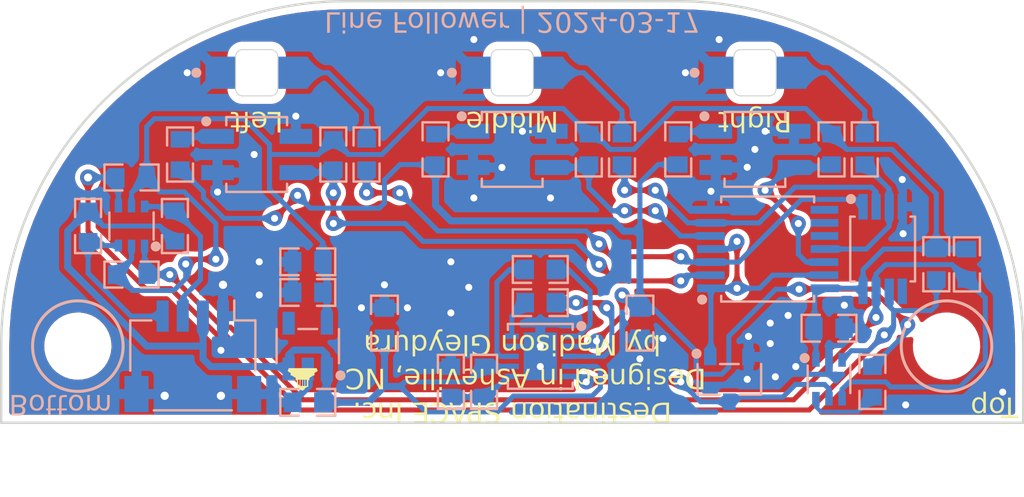
<source format=kicad_pcb>
(kicad_pcb (version 20221018) (generator pcbnew)
  (title_block (title "Destination Automation Line Follower Array") (date "2024-02-25") (rev "02") (comment 1 "Madison Gleydura") (comment 2 "PROTOTYPE") (comment 3 "2024"))
  (layers (0 "F.Cu" signal) (31 "B.Cu" signal) (34 "B.Paste" user) (35 "F.Paste" user) (36 "B.SilkS" user "B.Silkscreen") (37 "F.SilkS" user "F.Silkscreen") (38 "B.Mask" user) (39 "F.Mask" user) (44 "Edge.Cuts" user))
  (net 0 "")
  (net 1 "VCC")
  (net 2 "GND")
  (net 3 "/LED_BIAS")
  (net 4 "+3V3")
  (net 5 "Net-(D3-A)")
  (net 6 "Net-(D4-A)")
  (net 7 "Net-(D5-A)")
  (net 8 "/SDA")
  (net 9 "/SCL")
  (net 10 "/~{IRLEDEN}")
  (net 11 "/SEN0")
  (net 12 "Net-(U5-Anode)")
  (net 13 "/SEN1")
  (net 14 "Net-(U6-Anode)")
  (net 15 "/SEN2")
  (net 16 "/SEN0BUF")
  (net 17 "/SEN1BUF")
  (net 18 "/SEN2BUF")
  (net 19 "Net-(U2-A)")
  (net 20 "Net-(U7-Anode)")
  (net 26 "Net-(U1-C1+)")
  (net 27 "Net-(U1-C1-)")
  (net 28 "Net-(U1-C2+)")
  (net 29 "Net-(U1-C2-)")
  (net 30 "/SDA_3V3")
  (net 31 "/SCL_3V3")
  (net 32 "Net-(U1-VSEL)")
  (net 33 "Net-(U1-MODE)")
  (footprint "DS-Master-Logos-and-Graphics:avlLogo_2" (layer "F.Cu") (at 129.286 115.951 180)
    (fp_text reference "G***" hide)
    (fp_text value "LOGO" hide)
  )
  (footprint "lib_fp:LTST-C230KFKT" (layer "B.Cu") (at 127 100.711)
    (fp_text reference "D3" hide)
    (fp_text value "Orange")
    (fp_line (start -1.05 0.8) (end -1.05 -0.8) (stroke (width 0.05)) (layer "Edge.Cuts"))
    (fp_line (start -0.7 -1.15) (end 0.7 -1.15) (stroke (width 0.05)) (layer "Edge.Cuts"))
    (fp_line (start 0.7 1.15) (end -0.7 1.15) (stroke (width 0.05)) (layer "Edge.Cuts"))
    (fp_line (start 1.05 -0.8) (end 1.05 0.8) (stroke (width 0.05)) (layer "Edge.Cuts"))
    (fp_arc (start -1.05 -0.8) (mid -0.947487 -1.047487) (end -0.7 -1.15) (stroke (width 0.05)) (layer "Edge.Cuts"))
    (fp_arc (start -0.7 1.15) (mid -0.947487 1.047487) (end -1.05 0.8) (stroke (width 0.05)) (layer "Edge.Cuts"))
    (fp_arc (start 0.7 -1.15) (mid 0.947487 -1.047487) (end 1.05 -0.8) (stroke (width 0.05)) (layer "Edge.Cuts"))
    (fp_arc (start 1.05 0.8) (mid 0.947487 1.047487) (end 0.7 1.15) (stroke (width 0.05)) (layer "Edge.Cuts"))
  )
  (footprint "lib_fp:SON11P50_300X300X85L38X25T238X165N" (layer "B.Cu") (at 141.097 114.808 -90)
    (fp_text reference "U1" hide)
    (fp_text value "LTC3203")
  )
  (footprint "lib_fp:SOP6P65_200X210X110L28X22N" (layer "B.Cu") (at 155.448 115.951)
    (fp_text reference "U2" hide)
    (fp_text value "MCP4018T")
  )
  (footprint "lib_fp:RESC160X80X55L30N" (layer "B.Cu") (at 145.161 104.521 90)
    (fp_text reference "R17" hide)
    (fp_text value "68R")
  )
  (footprint "lib_fp:RESC160X80X55L30N" (layer "B.Cu") (at 157.226 104.521 90)
    (fp_text reference "R18" hide)
    (fp_text value "68R")
  )
  (footprint "lib_fp:CAPC160X80X88L35N" (layer "B.Cu") (at 133.35 113.157 90)
    (fp_text reference "C1" hide)
    (fp_text value "2.2uF")
  )
  (footprint "lib_fp:CAPC160X80X88L35N" (layer "B.Cu") (at 141.097 112.141 180)
    (fp_text reference "C2" hide)
    (fp_text value "2.2uF")
  )
  (footprint "lib_fp:RESC160X80X55L30N" (layer "B.Cu") (at 132.461 104.775 90)
    (fp_text reference "R16" hide)
    (fp_text value "68R")
  )
  (footprint "lib_fp:RESC160X80X55L30N" (layer "B.Cu") (at 138.303 116.078 -90)
    (fp_text reference "R1" hide)
    (fp_text value "10K")
  )
  (footprint "lib_fp:RESC160X80X55L30N" (layer "B.Cu") (at 122.936 108.331 90)
    (fp_text reference "R5" hide)
    (fp_text value "10K")
  )
  (footprint "lib_fp:CAPC160X80X88L35N" (layer "B.Cu") (at 155.448 113.411)
    (fp_text reference "C4" hide)
    (fp_text value "100nF")
  )
  (footprint "lib_fp:M2.54_NPTH" (layer "B.Cu") (at 118.11 114.3 180)
    (fp_text reference "H1" hide)
    (fp_text value "M2.5" hide)
  )
  (footprint "lib_fp:LTST-C230KFKT" (layer "B.Cu") (at 151.765 100.711)
    (fp_text reference "D5" hide)
    (fp_text value "Orange")
    (fp_line (start -1.05 0.8) (end -1.05 -0.8) (stroke (width 0.05)) (layer "Edge.Cuts"))
    (fp_line (start -0.7 -1.15) (end 0.7 -1.15) (stroke (width 0.05)) (layer "Edge.Cuts"))
    (fp_line (start 0.7 1.15) (end -0.7 1.15) (stroke (width 0.05)) (layer "Edge.Cuts"))
    (fp_line (start 1.05 -0.8) (end 1.05 0.8) (stroke (width 0.05)) (layer "Edge.Cuts"))
    (fp_arc (start -1.05 -0.8) (mid -0.947487 -1.047487) (end -0.7 -1.15) (stroke (width 0.05)) (layer "Edge.Cuts"))
    (fp_arc (start -0.7 1.15) (mid -0.947487 1.047487) (end -1.05 0.8) (stroke (width 0.05)) (layer "Edge.Cuts"))
    (fp_arc (start 0.7 -1.15) (mid 0.947487 -1.047487) (end 1.05 -0.8) (stroke (width 0.05)) (layer "Edge.Cuts"))
    (fp_arc (start 1.05 0.8) (mid 0.947487 1.047487) (end 0.7 1.15) (stroke (width 0.05)) (layer "Edge.Cuts"))
  )
  (footprint "lib_fp:RESC160X80X55L30N" (layer "B.Cu") (at 162.306 110.236 -90)
    (fp_text reference "R8" hide)
    (fp_text value "10K")
  )
  (footprint "lib_fp:RESC160X80X55L30N" (layer "B.Cu") (at 136.652 116.078 90)
    (fp_text reference "R2" hide)
    (fp_text value "DNP")
  )
  (footprint "lib_fp:RESC160X80X55L30N" (layer "B.Cu") (at 118.618 108.331 -90)
    (fp_text reference "R4" hide)
    (fp_text value "10K")
  )
  (footprint "lib_fp:RESC160X80X55L30N" (layer "B.Cu") (at 143.51 104.521 -90)
    (fp_text reference "R13" hide)
    (fp_text value "68K1")
  )
  (footprint "lib_fp:RESC160X80X55L30N" (layer "B.Cu") (at 123.19 104.775 90)
    (fp_text reference "R10" hide)
    (fp_text value "100R")
  )
  (footprint "lib_fp:RESC160X80X55L30N" (layer "B.Cu") (at 160.782 110.229 -90)
    (fp_text reference "R9" hide)
    (fp_text value "10K")
  )
  (footprint "lib_fp:RESC160X80X55L30N" (layer "B.Cu") (at 155.575 104.521 -90)
    (fp_text reference "R15" hide)
    (fp_text value "68K1")
  )
  (footprint "lib_fp:SOT23-3P95_237X111L42X43N" (layer "B.Cu") (at 150.495 115.951)
    (fp_text reference "Q2" hide)
    (fp_text value "2N7002K")
  )
  (footprint "lib_fp:QRE1113GR" (layer "B.Cu") (at 151.765 104.521)
    (fp_text reference "U7" hide)
    (fp_text value "QRE1113")
  )
  (footprint "lib_fp:RESC160X80X55L30N" (layer "B.Cu") (at 130.81 104.775 -90)
    (fp_text reference "R11" hide)
    (fp_text value "68K1")
  )
  (footprint "lib_fp:JST_SH_SM04B-SRSS-TB" (layer "B.Cu") (at 123.825 114.808 180)
    (fp_text reference "J1" hide)
    (fp_text value "STEMMA-QT")
  )
  (footprint "lib_fp:CAPC160X80X88L35N" (layer "B.Cu") (at 146.05 113.157 -90)
    (fp_text reference "C5" hide)
    (fp_text value "10uF")
  )
  (footprint "lib_fp:CAPC160X80X88L35N" (layer "B.Cu") (at 129.54 111.633 180)
    (fp_text reference "C8" hide)
    (fp_text value "100nF")
  )
  (footprint "lib_fp:M2.54_NPTH" (layer "B.Cu") (at 161.29 114.3 180)
    (fp_text reference "H2" hide)
    (fp_text value "M2.5" hide)
  )
  (footprint "lib_fp:RESC160X80X55L30N" (layer "B.Cu") (at 120.777 110.744)
    (fp_text reference "R7" hide)
    (fp_text value "10K")
  )
  (footprint "lib_fp:CAPC160X80X88L35N" (layer "B.Cu") (at 129.54 110.109 180)
    (fp_text reference "C7" hide)
    (fp_text value "10uF")
  )
  (footprint "lib_fp:SOT23-6P65_210X110L32X20N" (layer "B.Cu") (at 120.777 108.331 180)
    (fp_text reference "Q1" hide)
    (fp_text value "BSS138DWQ")
  )
  (footprint "lib_fp:CAPC160X80X88L35N" (layer "B.Cu") (at 129.54 117.094 180)
    (fp_text reference "C6" hide)
    (fp_text value "10uF")
  )
  (footprint "lib_fp:RESC160X80X55L30N" (layer "B.Cu") (at 120.777 105.918 180)
    (fp_text reference "R6" hide)
    (fp_text value "10K")
  )
  (footprint "lib_fp:QRE1113GR" (layer "B.Cu") (at 127 104.775)
    (fp_text reference "U5" hide)
    (fp_text value "QRE1113")
  )
  (footprint "lib_fp:SOP8P65_300X490X110L55X31N" (layer "B.Cu") (at 158.115 109.474)
    (fp_text reference "U4" hide)
    (fp_text value "PCA9536xxx")
  )
  (footprint "lib_fp:LTST-C230KFKT" (layer "B.Cu") (at 139.7 100.711)
    (fp_text reference "D4" hide)
    (fp_text value "Orange")
    (fp_line (start -1.05 0.8) (end -1.05 -0.8) (stroke (width 0.05)) (layer "Edge.Cuts"))
    (fp_line (start -0.7 -1.15) (end 0.7 -1.15) (stroke (width 0.05)) (layer "Edge.Cuts"))
    (fp_line (start 0.7 1.15) (end -0.7 1.15) (stroke (width 0.05)) (layer "Edge.Cuts"))
    (fp_line (start 1.05 -0.8) (end 1.05 0.8) (stroke (width 0.05)) (layer "Edge.Cuts"))
    (fp_arc (start -1.05 -0.8) (mid -0.947487 -1.047487) (end -0.7 -1.15) (stroke (width 0.05)) (layer "Edge.Cuts"))
    (fp_arc (start -0.7 1.15) (mid -0.947487 1.047487) (end -1.05 0.8) (stroke (width 0.05)) (layer "Edge.Cuts"))
    (fp_arc (start 0.7 -1.15) (mid 0.947487 -1.047487) (end 1.05 -0.8) (stroke (width 0.05)) (layer "Edge.Cuts"))
    (fp_arc (start 1.05 0.8) (mid 0.947487 1.047487) (end 0.7 1.15) (stroke (width 0.05)) (layer "Edge.Cuts"))
  )
  (footprint "lib_fp:QRE1113GR" (layer "B.Cu") (at 139.7 104.521)
    (fp_text reference "U6" hide)
    (fp_text value "QRE1113")
  )
  (footprint "lib_fp:SOP14P65_500X640X120L62X24N" (layer "B.Cu") (at 152.4 109.474 90)
    (fp_text reference "U8" hide)
    (fp_text value "SN74HCS125xxx")
  )
  (footprint "lib_fp:RESC160X80X55L30N" (layer "B.Cu") (at 135.89 104.521 90)
    (fp_text reference "R12" hide)
    (fp_text value "100R")
  )
  (footprint "lib_fp:SOT23-5" (layer "B.Cu") (at 129.54 114.3 180)
    (fp_text reference "U3" hide)
    (fp_text value "AP2112K-3.3")
  )
  (footprint "lib_fp:RESC160X80X55L30N" (layer "B.Cu") (at 147.955 104.521 90)
    (fp_text reference "R14" hide)
    (fp_text value "100R")
  )
  (footprint "lib_fp:CAPC160X80X88L35N" (layer "B.Cu") (at 141.097 110.49 180)
    (fp_text reference "C3" hide)
    (fp_text value "2.2uF")
  )
  (footprint "lib_fp:RESC160X80X55L30N" (layer "B.Cu") (at 157.607 116.078 -90)
    (fp_text reference "R3" hide)
    (fp_text value "680R")
  )
  (gr_line (start 131.445 97.155) (end 147.955 97.155) (stroke (width 0.12)) (layer "Edge.Cuts"))
  (gr_arc (start 147.955 97.155) (mid 160.078345 102.176655) (end 165.1 114.3) (stroke (width 0.12)) (layer "Edge.Cuts"))
  (gr_line (start 114.3 118.11) (end 165.1 118.11) (stroke (width 0.12)) (layer "Edge.Cuts"))
  (gr_arc (start 114.3 114.3) (mid 119.321654 102.176655) (end 131.445 97.155) (stroke (width 0.12)) (layer "Edge.Cuts"))
  (gr_line (start 165.1 118.11) (end 165.1 114.3) (stroke (width 0.12)) (layer "Edge.Cuts"))
  (gr_line (start 114.3 118.11) (end 114.3 114.3) (stroke (width 0.12)) (layer "Edge.Cuts"))
  (gr_text "Line Follower | 2024-03-17" (at 139.7 97.536 180) (layer "B.SilkS") (effects (font (size 1 1)) (justify bottom mirror)))
  (gr_text "Bottom" (at 114.681 117.729 180) (layer "B.SilkS") (effects (font (size 1 1)) (justify left top mirror)))
  (gr_text "Right" (at 151.765 102.489 180) (layer "F.SilkS") (effects (font (size 1 1)) (justify bottom)))
  (gr_text "Destination SPACE Inc.\nDesigned in Asheville, NC   \nby Madison Gleydura" (at 139.7 118.11 180) (layer "F.SilkS") (effects (font (size 1 1)) (justify top)))
  (gr_text "Left" (at 127 102.489 180) (layer "F.SilkS") (effects (font (size 1 1)) (justify bottom)))
  (gr_text "Top" (at 164.846 117.856 180) (layer "F.SilkS") (effects (font (size 1 1)) (justify left top)))
  (gr_text "Middle" (at 139.7 102.489 180) (layer "F.SilkS") (effects (font (size 1 1)) (justify bottom)))
  (segment (start 138.303 115.323) (end 137.548 116.078) (width 0.25) (layer "B.Cu") (net 1))
  (segment (start 130.49 116.894) (end 130.29 117.094) (width 0.35) (layer "B.Cu") (net 1))
  (segment (start 128.8375 114.4945) (end 128.59 114.742) (width 0.35) (layer "B.Cu") (net 1))
  (segment (start 144.083 116.36795) (end 143.67295 116.778) (width 0.25) (layer "B.Cu") (net 1))
  (segment (start 130.29 117.094) (end 132.559 117.094) (width 0.35) (layer "B.Cu") (net 1))
  (segment (start 130.49 115.439) (end 130.49 116.894) (width 0.35) (layer "B.Cu") (net 1))
  (segment (start 130.2425 114.4945) (end 128.8375 114.4945) (width 0.35) (layer "B.Cu") (net 1))
  (segment (start 135.406 117.568) (end 134.141 116.303) (width 0.25) (layer "B.Cu") (net 1))
  (segment (start 117.602 110.365226) (end 117.602 108.592) (width 0.35) (layer "B.Cu") (net 1))
  (segment (start 130.49 115.439) (end 130.49 114.742) (width 0.35) (layer "B.Cu") (net 1))
  (segment (start 138.318 115.308) (end 138.303 115.323) (width 0.25) (layer "B.Cu") (net 1))
  (segment (start 143.67295 116.778) (end 139.762 116.778) (width 0.25) (layer "B.Cu") (net 1))
  (segment (start 138.972 117.568) (end 135.406 117.568) (width 0.25) (layer "B.Cu") (net 1))
  (segment (start 144.083 115.508) (end 144.083 116.36795) (width 0.25) (layer "B.Cu") (net 1))
  (segment (start 118.618 107.576) (end 119.373 108.331) (width 0.25) (layer "B.Cu") (net 1))
  (segment (start 143.883 115.308) (end 144.083 115.508) (width 0.25) (layer "B.Cu") (net 1))
  (segment (start 142.512 115.308) (end 143.883 115.308) (width 0.25) (layer "B.Cu") (net 1))
  (segment (start 130.49 114.742) (end 130.2425 114.4945) (width 0.35) (layer "B.Cu") (net 1))
  (segment (start 128.467 115.316) (end 128.59 115.439) (width 0.35) (layer "B.Cu") (net 1))
  (segment (start 124.333 114.935) (end 124.714 115.316) (width 0.35) (layer "B.Cu") (net 1))
  (segment (start 124.333 114.3) (end 121.536774 114.3) (width 0.35) (layer "B.Cu") (net 1))
  (segment (start 133.35 113.907) (end 133.35 116.303) (width 0.35) (layer "B.Cu") (net 1))
  (segment (start 124.333 114.3) (end 124.333 112.816) (width 0.35) (layer "B.Cu") (net 1))
  (segment (start 137.548 116.078) (end 134.366 116.078) (width 0.25) (layer "B.Cu") (net 1))
  (segment (start 139.682 115.308) (end 138.318 115.308) (width 0.25) (layer "B.Cu") (net 1))
  (segment (start 117.602 108.592) (end 118.618 107.576) (width 0.35) (layer "B.Cu") (net 1))
  (segment (start 122.181 108.331) (end 122.936 109.086) (width 0.25) (layer "B.Cu") (net 1))
  (segment (start 134.366 116.078) (end 134.141 116.303) (width 0.25) (layer "B.Cu") (net 1))
  (segment (start 124.333 112.816) (end 124.325 112.808) (width 0.35) (layer "B.Cu") (net 1))
  (segment (start 134.141 116.303) (end 133.35 116.303) (width 0.35) (layer "B.Cu") (net 1))
  (segment (start 124.333 114.3) (end 124.333 114.935) (width 0.35) (layer "B.Cu") (net 1))
  (segment (start 121.536774 114.3) (end 117.602 110.365226) (width 0.35) (layer "B.Cu") (net 1))
  (segment (start 124.714 115.316) (end 128.467 115.316) (width 0.35) (layer "B.Cu") (net 1))
  (segment (start 128.59 114.742) (end 128.59 115.439) (width 0.35) (layer "B.Cu") (net 1))
  (segment (start 119.373 108.331) (end 122.181 108.331) (width 0.25) (layer "B.Cu") (net 1))
  (segment (start 139.762 116.778) (end 138.972 117.568) (width 0.25) (layer "B.Cu") (net 1))
  (segment (start 132.559 117.094) (end 133.35 116.303) (width 0.35) (layer "B.Cu") (net 1))
  (via (at 149.987 99.06) (size 0.75) (drill 0.35) (layers "F.Cu" "B.Cu") (net 2))
  (via (at 125.222 116.77) (size 1) (drill 0.41) (layers "F.Cu" "B.Cu") (net 2))
  (via (at 132.207 112.395) (size 0.75) (drill 0.35) (layers "F.Cu" "B.Cu") (net 2))
  (via (at 136.652 110.109) (size 0.75) (drill 0.35) (layers "F.Cu" "B.Cu") (net 2))
  (via (at 136.144 100.711) (size 0.75) (drill 0.35) (layers "F.Cu" "B.Cu") (net 2))
  (via (at 152.273 103.621) (size 0.75) (drill 0.35) (layers "F.Cu" "B.Cu") (net 2))
  (via (at 125.222 114.509221) (size 0.75) (drill 0.35) (layers "F.Cu" "B.Cu") (net 2))
  (via (at 125.325 111.252) (size 1) (drill 0.41) (layers "F.Cu" "B.Cu") (net 2))
  (via (at 151.445 113.8174) (size 0.75) (drill 0.35) (layers "F.Cu" "B.Cu") (net 2))
  (via (at 153.797 115.316) (size 0.75) (drill 0.35) (layers "F.Cu" "B.Cu") (net 2))
  (via (at 156.21 112.268) (size 0.75) (drill 0.35) (layers "F.Cu" "B.Cu") (net 2))
  (via (at 127.127 110.109) (size 0.75) (drill 0.35) (layers "F.Cu" "B.Cu") (net 2))
  (via (at 164.084 116.586) (size 0.75) (drill 0.35) (layers "F.Cu" "B.Cu") (net 2))
  (via (at 159.258 117.221) (size 0.75) (drill 0.35) (layers "F.Cu" "B.Cu") (net 2))
  (via (at 136.652 112.649) (size 0.75) (drill 0.35) (layers "F.Cu" "B.Cu") (net 2))
  (via (at 152.527 114.173) (size 0.75) (drill 0.35) (layers "F.Cu" "B.Cu") (net 2))
  (via (at 151.384 115.951) (size 0.75) (drill 0.35) (layers "F.Cu" "B.Cu") (net 2))
  (via (at 128.945 102.87) (size 0.75) (drill 0.35) (layers "F.Cu" "B.Cu") (net 2))
  (via (at 141.605 106.934) (size 0.75) (drill 0.35) (layers "F.Cu" "B.Cu") (net 2))
  (via (at 134.493 112.395) (size 0.75) (drill 0.35) (layers "F.Cu" "B.Cu") (net 2))
  (via (at 152.527 113.157) (size 0.75) (drill 0.35) (layers "F.Cu" "B.Cu") (net 2))
  (via (at 125.055 106.64) (size 0.75) (drill 0.35) (layers "F.Cu" "B.Cu") (net 2))
  (via (at 137.795 106.934) (size 0.75) (drill 0.35) (layers "F.Cu" "B.Cu") (net 2))
  (via (at 137.541 111.379) (size 0.75) (drill 0.35) (layers "F.Cu" "B.Cu") (net 2))
  (via (at 122.428 116.77) (size 1) (drill 0.41) (layers "F.Cu" "B.Cu") (net 2))
  (via (at 137.795 99.06) (size 0.75) (drill 0.35) (layers "F.Cu" "B.Cu") (net 2))
  (via (at 127.127 111.76) (size 0.75) (drill 0.35) (layers "F.Cu" "B.Cu") (net 2))
  (via (at 141.097 115.316) (size 0.75) (drill 0.35) (layers "F.Cu" "B.Cu") (net 2))
  (via (at 141.097 114.3) (size 0.75) (drill 0.35) (layers "F.Cu" "B.Cu") (net 2))
  (via (at 126.873 104.775) (size 0.75) (drill 0.35) (layers "F.Cu" "B.Cu") (net 2))
  (via (at 123.5456 100.711) (size 0.75) (drill 0.35) (layers "F.Cu" "B.Cu") (net 2))
  (via (at 140.208 103.621) (size 0.75) (drill 0.35) (layers "F.Cu" "B.Cu") (net 2))
  (via (at 147.193 113.919) (size 0.75) (drill 0.35) (layers "F.Cu" "B.Cu") (net 2))
  (via (at 159.09 106.0196) (size 0.75) (drill 0.35) (layers "F.Cu" "B.Cu") (net 2))
  (via (at 159.131 108.712) (size 0.75) (drill 0.35) (layers "F.Cu" "B.Cu") (net 2))
  (via (at 153.416 112.776) (size 0.75) (drill 0.35) (layers "F.Cu" "B.Cu") (net 2))
  (via (at 133.35 111.252) (size 0.75) (drill 0.35) (layers "F.Cu" "B.Cu") (net 2))
  (via (at 148.3106 100.711) (size 0.75) (drill 0.35) (layers "F.Cu" "B.Cu") (net 2))
  (via (at 146.05 114.935) (size 0.75) (drill 0.35) (layers "F.Cu" "B.Cu") (net 2))
  (via (at 139.192 105.421) (size 0.75) (drill 0.35) (layers "F.Cu" "B.Cu") (net 2))
  (via (at 151.765 104.521) (size 0.75) (drill 0.35) (layers "F.Cu" "B.Cu") (net 2))
  (via (at 151.384 105.41) (size 0.75) (drill 0.35) (layers "F.Cu" "B.Cu") (net 2))
  (via (at 149.5806 106.6038) (size 0.75) (drill 0.35) (layers "F.Cu" "B.Cu") (net 2))
  (via (at 152.781 115.824) (size 0.75) (drill 0.35) (layers "F.Cu" "B.Cu") (net 2))
  (segment (start 126.949 117.094) (end 126.625 116.77) (width 0.35) (layer "B.Cu") (net 2))
  (segment (start 122.371 116.77) (end 122.428 116.713) (width 0.35) (layer "B.Cu") (net 2))
  (segment (start 128.79 117.094) (end 129.54 116.344) (width 0.35) (layer "B.Cu") (net 2))
  (segment (start 156.21 113.399) (end 156.198 113.411) (width 0.25) (layer "B.Cu") (net 2))
  (segment (start 159.09 106.0294) (end 159.0802 106.0196) (width 0.25) (layer "B.Cu") (net 2))
  (segment (start 139.682 114.308) (end 141.089 114.308) (width 0.25) (layer "B.Cu") (net 2))
  (segment (start 128.79 110.109) (end 127.127 110.109) (width 0.25) (layer "B.Cu") (net 2))
  (segment (start 129.54 116.344) (end 129.54 115.439) (width 0.35) (layer "B.Cu") (net 2))
  (segment (start 141.089 114.308) (end 141.097 114.3) (width 0.25) (layer "B.Cu") (net 2))
  (segment (start 125.292 116.77) (end 125.222 116.84) (width 0.35) (layer "B.Cu") (net 2))
  (segment (start 128.663 111.76) (end 127.127 111.76) (width 0.25) (layer "B.Cu") (net 2))
  (segment (start 128.79 111.633) (end 128.663 111.76) (width 0.25) (layer "B.Cu") (net 2))
  (segment (start 151.445 113.8326) (end 151.4602 113.8174) (width 0.25) (layer "B.Cu") (net 2))
  (segment (start 125.325 111.276) (end 125.349 111.252) (width 0.35) (layer "B.Cu") (net 2))
  (segment (start 149.578 106.6064) (end 149.5806 106.6038) (width 0.25) (layer "B.Cu") (net 2))
  (segment (start 139.181 105.421) (end 139.192 105.41) (width 0.25) (layer "B.Cu") (net 2))
  (segment (start 125.055 106.64) (end 125.095 106.68) (width 0.25) (layer "B.Cu") (net 2))
  (segment (start 141.645 103.621) (end 140.219 103.621) (width 0.25) (layer "B.Cu") (net 2))
  (segment (start 144.75862 113.17838) (end 143.891 114.046) (width 0.25) (layer "F.Cu") (net 3))
  (segment (start 145.161 112.776) (end 145.161 111.76) (width 0.25) (layer "F.Cu") (net 3))
  (segment (start 127.889 107.95) (end 129.032 106.807) (width 0.25) (layer "F.Cu") (net 3))
  (segment (start 157.5928 111.4664) (end 153.9686 111.4664) (width 0.25) (layer "F.Cu") (net 3))
  (segment (start 159.3604 113.234) (end 157.5928 111.4664) (width 0.25) (layer "F.Cu") (net 3))
  (segment (start 153.9686 111.4664) (end 153.9615 111.4735) (width 0.25) (layer "F.Cu") (net 3))
  (segment (start 144.75862 113.17838) (end 145.161 112.776) (width 0.25) (layer "F.Cu") (net 3))
  (via (at 145.161 111.76) (size 0.75) (drill 0.35) (layers "F.Cu" "B.Cu") (net 3))
  (via (at 129.032 106.807) (size 0.75) (drill 0.35) (layers "F.Cu" "B.Cu") (net 3))
  (via (at 159.3604 113.234) (size 0.75) (drill 0.35) (layers "F.Cu" "B.Cu") (net 3))
  (via (at 143.891 114.046) (size 0.75) (drill 0.35) (layers "F.Cu" "B.Cu") (net 3))
  (via (at 153.9615 111.4735) (size 0.75) (drill 0.35) (layers "F.Cu" "B.Cu") (net 3))
  (via (at 127.889 107.95) (size 0.75) (drill 0.35) (layers "F.Cu" "B.Cu") (net 3))
  (segment (start 127.889 107.95) (end 125.37505 107.95) (width 0.25) (layer "B.Cu") (net 3))
  (segment (start 133.096 107.442) (end 133.35 107.188) (width 0.25) (layer "B.Cu") (net 3))
  (segment (start 136.652 108.077) (end 135.89 107.315) (width 0.35) (layer "B.Cu") (net 3))
  (segment (start 146.05 108.585) (end 146.05 106.172) (width 0.25) (layer "B.Cu") (net 3))
  (segment (start 143.629 114.308) (end 143.891 114.046) (width 0.25) (layer "B.Cu") (net 3))
  (segment (start 145.243339 108.585) (end 144.735339 108.077) (width 0.35) (layer "B.Cu") (net 3))
  (segment (start 145.161 111.76) (end 145.2215 111.76) (width 0.25) (layer "B.Cu") (net 3))
  (segment (start 145.2215 111.76) (end 145.8685 112.407) (width 0.25) (layer "B.Cu") (net 3))
  (segment (start 148.844 114.554) (end 146.697 112.407) (width 0.25) (layer "B.Cu") (net 3))
  (segment (start 153.9615 111.4735) (end 152.79895 111.4735) (width 0.25) (layer "B.Cu") (net 3))
  (segment (start 129.032 106.807) (end 129.667 107.442) (width 0.25) (layer "B.Cu") (net 3))
  (segment (start 123.259525 105.53) (end 123.19 105.53) (width 0.25) (layer "B.Cu") (net 3))
  (segment (start 133.35 106.045) (end 134.119 105.276) (width 0.25) (layer "B.Cu") (net 3))
  (segment (start 146.05 106.172) (end 146.946 105.276) (width 0.25) (layer "B.Cu") (net 3))
  (segment (start 125.37505 107.95) (end 124.355 106.92995) (width 0.25) (layer "B.Cu") (net 3))
  (segment (start 150.4696 113.80285) (end 150.4696 115.3414) (width 0.25) (layer "B.Cu") (net 3))
  (segment (start 134.119 105.276) (end 135.89 105.276) (width 0.25) (layer "B.Cu") (net 3))
  (segment (start 150.4696 115.3414) (end 150.114 115.697) (width 0.25) (layer "B.Cu") (net 3))
  (segment (start 159.3604 113.5696) (end 159.3604 113.234) (width 0.25) (layer "B.Cu") (net 3))
  (segment (start 157.607 115.323) (end 159.3604 113.5696) (width 0.25) (layer "B.Cu") (net 3))
  (segment (start 144.735339 108.077) (end 136.652 108.077) (width 0.35) (layer "B.Cu") (net 3))
  (segment (start 146.05 112.407) (end 146.05 108.585) (width 0.35) (layer "B.Cu") (net 3))
  (segment (start 145.8685 112.407) (end 146.05 112.407) (width 0.25) (layer "B.Cu") (net 3))
  (segment (start 124.355 106.92995) (end 124.355 106.625475) (width 0.25) (layer "B.Cu") (net 3))
  (segment (start 135.89 107.315) (end 135.89 105.276) (width 0.35) (layer "B.Cu") (net 3))
  (segment (start 150.114 115.697) (end 149.22088 115.697) (width 0.25) (layer "B.Cu") (net 3))
  (segment (start 146.697 112.407) (end 146.05 112.407) (width 0.25) (layer "B.Cu") (net 3))
  (segment (start 133.35 107.188) (end 133.35 106.045) (width 0.25) (layer "B.Cu") (net 3))
  (segment (start 129.667 107.442) (end 133.096 107.442) (width 0.25) (layer "B.Cu") (net 3))
  (segment (start 148.844 115.32012) (end 148.844 114.554) (width 0.25) (layer "B.Cu") (net 3))
  (segment (start 152.79895 111.4735) (end 150.4696 113.80285) (width 0.25) (layer "B.Cu") (net 3))
  (segment (start 149.22088 115.697) (end 148.844 115.32012) (width 0.25) (layer "B.Cu") (net 3))
  (segment (start 124.355 106.625475) (end 123.259525 105.53) (width 0.25) (layer "B.Cu") (net 3))
  (segment (start 142.512 114.308) (end 143.629 114.308) (width 0.25) (layer "B.Cu") (net 3))
  (segment (start 146.946 105.276) (end 147.955 105.276) (width 0.25) (layer "B.Cu") (net 3))
  (segment (start 146.05 108.585) (end 145.243339 108.585) (width 0.35) (layer "B.Cu") (net 3))
  (segment (start 124.968 109.982) (end 123.707247 109.982) (width 0.25) (layer "F.Cu") (net 4))
  (segment (start 123.707247 109.982) (end 123.471795 110.217452) (width 0.25) (layer "F.Cu") (net 4))
  (via (at 123.471795 110.217452) (size 0.75) (drill 0.35) (layers "F.Cu" "B.Cu") (net 4))
  (via (at 124.968 109.982) (size 0.75) (drill 0.35) (layers "F.Cu" "B.Cu") (net 4))
  (segment (start 124.968 108.204) (end 124.968 109.982) (width 0.25) (layer "B.Cu") (net 4))
  (segment (start 156.33 104.521) (end 158.58135 104.521) (width 0.25) (layer "B.Cu") (net 4))
  (segment (start 122.88295 111.5335) (end 120.8115 111.5335) (width 0.25) (layer "B.Cu") (net 4))
  (segment (start 121.92 102.997) (end 121.532 103.385) (width 0.25) (layer "B.Cu") (net 4))
  (segment (start 130.81 104.02) (end 130.055 104.775) (width 0.25) (layer "B.Cu") (net 4))
  (segment (start 120.777 106.673) (end 121.532 105.918) (width 0.25) (layer "B.Cu") (net 4))
  (segment (start 127.635 104.267) (end 126.365 102.997) (width 0.25) (layer "B.Cu") (net 4))
  (segment (start 120.777 109.301) (end 120.777 109.989) (width 0.25) (layer "B.Cu") (net 4))
  (segment (start 155.222 111.424) (end 156.99 111.424) (width 0.25) (layer "B.Cu") (net 4))
  (segment (start 120.8115 111.5335) (end 120.022 110.744) (width 0.25) (layer "B.Cu") (net 4))
  (segment (start 126.365 102.997) (end 121.92 102.997) (width 0.25) (layer "B.Cu") (net 4))
  (segment (start 154.798 114.986) (end 154.798 113.511) (width 0.25) (layer "B.Cu") (net 4))
  (segment (start 130.29 110.109) (end 130.49 110.309) (width 0.35) (layer "B.Cu") (net 4))
  (segment (start 121.532 103.385) (end 121.532 105.918) (width 0.25) (layer "B.Cu") (net 4))
  (segment (start 154.298 102.489) (end 155.575 103.766) (width 0.25) (layer "B.Cu") (net 4))
  (segment (start 160.789 109.481) (end 160.782 109.474) (width 0.25) (layer "B.Cu") (net 4))
  (segment (start 147.77212 102.489) (end 154.298 102.489) (width 0.25) (layer "B.Cu") (net 4))
  (segment (start 133.223 104.775) (end 135.509 102.489) (width 0.25) (layer "B.Cu") (net 4))
  (segment (start 135.509 102.489) (end 142.233 102.489) (width 0.25) (layer "B.Cu") (net 4))
  (segment (start 154.798 113.765) (end 154.698 113.665) (width 0.25) (layer "B.Cu") (net 4))
  (segment (start 154.7368 113.6262) (end 154.698 113.665) (width 0.25) (layer "B.Cu") (net 4))
  (segment (start 130.81 104.02) (end 131.565 104.775) (width 0.25) (layer "B.Cu") (net 4))
  (segment (start 154.7368 111.424) (end 154.7368 113.6262) (width 0.25) (layer "B.Cu") (net 4))
  (segment (start 130.29 110.109) (end 130.29 109.151525) (width 0.25) (layer "B.Cu") (net 4))
  (segment (start 120.777 109.989) (end 120.022 110.744) (width 0.25) (layer "B.Cu") (net 4))
  (segment (start 127.635 106.496525) (end 127.635 104.267) (width 0.25) (layer "B.Cu") (net 4))
  (segment (start 123.471795 110.217452) (end 123.471795 110.944655) (width 0.25) (layer "B.Cu") (net 4))
  (segment (start 130.49 110.309) (end 130.49 113.161) (width 0.35) (layer "B.Cu") (net 4))
  (segment (start 145.74012 104.521) (end 147.77212 102.489) (width 0.25) (layer "B.Cu") (net 4))
  (segment (start 144.58188 104.521) (end 145.74012 104.521) (width 0.25) (layer "B.Cu") (net 4))
  (segment (start 122.192 106.6325) (end 123.3965 106.6325) (width 0.25) (layer "B.Cu") (net 4))
  (segment (start 123.471795 110.217452) (end 123.298843 110.0445) (width 0.25) (layer "B.Cu") (net 4))
  (segment (start 160.782 106.72165) (end 160.782 109.474) (width 0.25) (layer "B.Cu") (net 4))
  (segment (start 142.233 102.489) (end 143.51 103.766) (width 0.25) (layer "B.Cu") (net 4))
  (segment (start 123.471795 110.944655) (end 122.88295 111.5335) (width 0.25) (layer "B.Cu") (net 4))
  (segment (start 130.29 109.151525) (end 127.635 106.496525) (width 0.25) (layer "B.Cu") (net 4))
  (segment (start 123.3965 106.6325) (end 124.968 108.204) (width 0.25) (layer "B.Cu") (net 4))
  (segment (start 131.565 104.775) (end 133.223 104.775) (width 0.25) (layer "B.Cu") (net 4))
  (segment (start 160.782 109.474) (end 158.1658 109.474) (width 0.25) (layer "B.Cu") (net 4))
  (segment (start 120.777 107.361) (end 120.777 106.673) (width 0.25) (layer "B.Cu") (net 4))
  (segment (start 156.99 111.424) (end 157.14 111.574) (width 0.25) (layer "B.Cu") (net 4))
  (segment (start 157.14 110.4998) (end 157.14 111.574) (width 0.25) (layer "B.Cu") (net 4))
  (segment (start 154.798 113.511) (end 154.698 113.411) (width 0.25) (layer "B.Cu") (net 4))
  (segment (start 130.055 104.775) (end 127.635 104.775) (width 0.25) (layer "B.Cu") (net 4))
  (segment (start 143.51 103.766) (end 143.82688 103.766) (width 0.25) (layer "B.Cu") (net 4))
  (segment (start 121.532 105.9725) (end 122.192 106.6325) (width 0.25) (layer "B.Cu") (net 4))
  (segment (start 158.1658 109.474) (end 157.14 110.4998) (width 0.25) (layer "B.Cu") (net 4))
  (segment (start 158.58135 104.521) (end 160.782 106.72165) (width 0.25) (layer "B.Cu") (net 4))
  (segment (start 155.575 103.766) (end 156.33 104.521) (width 0.25) (layer "B.Cu") (net 4))
  (segment (start 143.82688 103.766) (end 144.58188 104.521) (width 0.25) (layer "B.Cu") (net 4))
  (segment (start 121.532 105.918) (end 121.532 105.9725) (width 0.25) (layer "B.Cu") (net 4))
  (segment (start 162.306 109.481) (end 160.789 109.481) (width 0.25) (layer "B.Cu") (net 4))
  (segment (start 132.461 102.616) (end 130.556 100.711) (width 0.25) (layer "B.Cu") (net 5))
  (segment (start 130.556 100.711) (end 128.8 100.711) (width 0.25) (layer "B.Cu") (net 5))
  (segment (start 132.461 104.02) (end 132.461 102.616) (width 0.25) (layer "B.Cu") (net 5))
  (segment (start 141.5 100.711) (end 143.256 100.711) (width 0.25) (layer "B.Cu") (net 6))
  (segment (start 145.161 102.616) (end 145.161 103.766) (width 0.25) (layer "B.Cu") (net 6))
  (segment (start 143.256 100.711) (end 145.161 102.616) (width 0.25) (layer "B.Cu") (net 6))
  (segment (start 157.226 102.616) (end 157.226 103.766) (width 0.25) (layer "B.Cu") (net 7))
  (segment (start 155.321 100.711) (end 157.226 102.616) (width 0.25) (layer "B.Cu") (net 7))
  (segment (start 153.565 100.711) (end 155.321 100.711) (width 0.25) (layer "B.Cu") (net 7))
  (segment (start 124.206 108.846) (end 122.936 107.576) (width 0.25) (layer "B.Cu") (net 8))
  (segment (start 123.325 111.879) (end 124.206 110.998) (width 0.25) (layer "B.Cu") (net 8))
  (segment (start 123.325 112.808) (end 123.325 111.879) (width 0.25) (layer "B.Cu") (net 8))
  (segment (start 124.206 110.998) (end 124.206 108.846) (width 0.25) (layer "B.Cu") (net 8))
  (segment (start 121.427 107.361) (end 122.721 107.361) (width 0.25) (layer "B.Cu") (net 8))
  (segment (start 122.721 107.361) (end 122.936 107.576) (width 0.25) (layer "B.Cu") (net 8))
  (segment (start 123.317 112.8) (end 123.325 112.808) (width 0.25) (layer "B.Cu") (net 8))
  (segment (start 122.325 112.625) (end 122.428 112.522) (width 0.35) (layer "B.Cu") (net 9))
  (segment (start 118.833 109.301) (end 118.618 109.086) (width 0.25) (layer "B.Cu") (net 9))
  (segment (start 118.618 110.67412) (end 118.618 109.086) (width 0.25) (layer "B.Cu") (net 9))
  (segment (start 120.75188 112.808) (end 118.618 110.67412) (width 0.25) (layer "B.Cu") (net 9))
  (segment (start 120.127 109.301) (end 118.833 109.301) (width 0.25) (layer "B.Cu") (net 9))
  (segment (start 122.325 112.808) (end 120.75188 112.808) (width 0.25) (layer "B.Cu") (net 9))
  (segment (start 150.876 109.093) (end 150.876 111.424) (width 0.25) (layer "F.Cu") (net 10))
  (via (at 150.876 111.424) (size 0.75) (drill 0.35) (layers "F.Cu" "B.Cu") (net 10))
  (via (at 150.876 109.093) (size 0.75) (drill 0.35) (layers "F.Cu" "B.Cu") (net 10))
  (segment (start 152.6494 110.774) (end 151.9994 111.424) (width 0.25) (layer "B.Cu") (net 10))
  (segment (start 149.578 109.474) (end 150.495 109.474) (width 0.25) (layer "B.Cu") (net 10))
  (segment (start 149.578 114.805) (end 149.545 114.838) (width 0.25) (layer "B.Cu") (net 10))
  (segment (start 149.578 111.424) (end 149.578 114.805) (width 0.25) (layer "B.Cu") (net 10))
  (segment (start 151.9994 111.424) (end 150.876 111.424) (width 0.25) (layer "B.Cu") (net 10))
  (segment (start 155.222 110.774) (end 152.6494 110.774) (width 0.25) (layer "B.Cu") (net 10))
  (segment (start 150.876 111.424) (end 149.578 111.424) (width 0.25) (layer "B.Cu") (net 10))
  (segment (start 150.495 109.474) (end 150.876 109.093) (width 0.25) (layer "B.Cu") (net 10))
  (segment (start 130.81 106.68) (end 130.81 108.204) (width 0.25) (layer "F.Cu") (net 11))
  (segment (start 144.839944 111.057944) (end 144.018 110.236) (width 0.25) (layer "F.Cu") (net 11))
  (segment (start 148.082 111.057944) (end 144.839944 111.057944) (width 0.25) (layer "F.Cu") (net 11))
  (via (at 148.082 111.057944) (size 0.75) (drill 0.35) (layers "F.Cu" "B.Cu") (net 11))
  (via (at 130.81 108.204) (size 0.75) (drill 0.35) (layers "F.Cu" "B.Cu") (net 11))
  (via (at 130.81 106.68) (size 0.75) (drill 0.35) (layers "F.Cu" "B.Cu") (net 11))
  (via (at 144.018 110.236) (size 0.75) (drill 0.35) (layers "F.Cu" "B.Cu") (net 11))
  (segment (start 135.26512 109.093) (end 134.37612 108.204) (width 0.25) (layer "B.Cu") (net 11))
  (segment (start 148.082 111.057944) (end 148.365944 110.774) (width 0.25) (layer "B.Cu") (net 11))
  (segment (start 130.665 105.675) (end 130.81 105.53) (width 0.25) (layer "B.Cu") (net 11))
  (segment (start 134.37612 108.204) (end 130.81 108.204) (width 0.25) (layer "B.Cu") (net 11))
  (segment (start 128.945 105.675) (end 130.665 105.675) (width 0.25) (layer "B.Cu") (net 11))
  (segment (start 142.875 109.093) (end 135.26512 109.093) (width 0.25) (layer "B.Cu") (net 11))
  (segment (start 144.018 110.236) (end 142.875 109.093) (width 0.25) (layer "B.Cu") (net 11))
  (segment (start 130.81 105.53) (end 130.81 106.68) (width 0.25) (layer "B.Cu") (net 11))
  (segment (start 148.365944 110.774) (end 149.578 110.774) (width 0.25) (layer "B.Cu") (net 11))
  (segment (start 125.055 103.875) (end 123.335 103.875) (width 0.25) (layer "B.Cu") (net 12))
  (segment (start 123.335 103.875) (end 123.19 104.02) (width 0.25) (layer "B.Cu") (net 12))
  (segment (start 145.288 107.569) (end 146.812 107.569) (width 0.25) (layer "F.Cu") (net 13))
  (via (at 146.812 107.569) (size 0.75) (drill 0.35) (layers "F.Cu" "B.Cu") (net 13))
  (via (at 145.288 107.569) (size 0.75) (drill 0.35) (layers "F.Cu" "B.Cu") (net 13))
  (segment (start 141.645 105.421) (end 143.365 105.421) (width 0.25) (layer "B.Cu") (net 13))
  (segment (start 144.653 107.569) (end 145.288 107.569) (width 0.25) (layer "B.Cu") (net 13))
  (segment (start 143.51 105.276) (end 143.51 106.426) (width 0.25) (layer "B.Cu") (net 13))
  (segment (start 148.067 108.824) (end 149.578 108.824) (width 0.25) (layer "B.Cu") (net 13))
  (segment (start 143.365 105.421) (end 143.51 105.276) (width 0.25) (layer "B.Cu") (net 13))
  (segment (start 143.51 106.426) (end 144.653 107.569) (width 0.25) (layer "B.Cu") (net 13))
  (segment (start 146.812 107.569) (end 148.067 108.824) (width 0.25) (layer "B.Cu") (net 13))
  (segment (start 137.755 103.621) (end 136.035 103.621) (width 0.25) (layer "B.Cu") (net 14))
  (segment (start 136.035 103.621) (end 135.89 103.766) (width 0.25) (layer "B.Cu") (net 14))
  (segment (start 152.273 106.553) (end 153.924 108.204) (width 0.25) (layer "F.Cu") (net 15))
  (via (at 152.273 106.553) (size 0.75) (drill 0.35) (layers "F.Cu" "B.Cu") (net 15))
  (via (at 153.924 108.204) (size 0.75) (drill 0.35) (layers "F.Cu" "B.Cu") (net 15))
  (segment (start 155.43 105.421) (end 155.575 105.276) (width 0.25) (layer "B.Cu") (net 15))
  (segment (start 153.924 109.728) (end 154.32 110.124) (width 0.25) (layer "B.Cu") (net 15))
  (segment (start 153.405 105.421) (end 153.71 105.421) (width 0.25) (layer "B.Cu") (net 15))
  (segment (start 152.273 106.553) (end 153.405 105.421) (width 0.25) (layer "B.Cu") (net 15))
  (segment (start 153.924 108.204) (end 153.924 109.728) (width 0.25) (layer "B.Cu") (net 15))
  (segment (start 154.32 110.124) (end 155.222 110.124) (width 0.25) (layer "B.Cu") (net 15))
  (segment (start 153.71 105.421) (end 155.43 105.421) (width 0.25) (layer "B.Cu") (net 15))
  (segment (start 132.461 106.68) (end 134.112 106.68) (width 0.25) (layer "F.Cu") (net 16))
  (segment (start 148.082 109.855) (end 144.653 109.855) (width 0.25) (layer "F.Cu") (net 16))
  (segment (start 144.653 109.855) (end 144.018 109.22) (width 0.25) (layer "F.Cu") (net 16))
  (via (at 148.082 109.855) (size 0.75) (drill 0.35) (layers "F.Cu" "B.Cu") (net 16))
  (via (at 144.018 109.22) (size 0.75) (drill 0.35) (layers "F.Cu" "B.Cu") (net 16))
  (via (at 134.112 106.68) (size 0.75) (drill 0.35) (layers "F.Cu" "B.Cu") (net 16))
  (via (at 132.461 106.68) (size 0.75) (drill 0.35) (layers "F.Cu" "B.Cu") (net 16))
  (segment (start 143.375 108.577) (end 136.009 108.577) (width 0.25) (layer "B.Cu") (net 16))
  (segment (start 150.9626 110.124) (end 149.578 110.124) (width 0.25) (layer "B.Cu") (net 16))
  (segment (start 154.0811 107.0055) (end 150.9626 110.124) (width 0.25) (layer "B.Cu") (net 16))
  (segment (start 144.018 109.22) (end 143.375 108.577) (width 0.25) (layer "B.Cu") (net 16))
  (segment (start 136.009 108.577) (end 134.112 106.68) (width 0.25) (layer "B.Cu") (net 16))
  (segment (start 132.461 105.53) (end 132.461 106.68) (width 0.25) (layer "B.Cu") (net 16))
  (segment (start 148.351 110.124) (end 149.578 110.124) (width 0.25) (layer "B.Cu") (net 16))
  (segment (start 148.082 109.855) (end 148.351 110.124) (width 0.25) (layer "B.Cu") (net 16))
  (segment (start 157.14 107.0055) (end 154.0811 107.0055) (width 0.25) (layer "B.Cu") (net 16))
  (segment (start 145.288 106.553) (end 146.812 106.553) (width 0.25) (layer "F.Cu") (net 17))
  (via (at 146.812 106.553) (size 0.75) (drill 0.35) (layers "F.Cu" "B.Cu") (net 17))
  (via (at 145.288 106.553) (size 0.75) (drill 0.35) (layers "F.Cu" "B.Cu") (net 17))
  (segment (start 145.161 105.276) (end 145.288 105.403) (width 0.25) (layer "B.Cu") (net 17))
  (segment (start 145.288 105.403) (end 145.288 106.553) (width 0.25) (layer "B.Cu") (net 17))
  (segment (start 151.9728 108.174) (end 149.578 108.174) (width 0.25) (layer "B.Cu") (net 17))
  (segment (start 157.79 107.374) (end 157.79 106.6344) (width 0.25) (layer "B.Cu") (net 17))
  (segment (start 157.5562 106.4006) (end 153.7462 106.4006) (width 0.25) (layer "B.Cu") (net 17))
  (segment (start 153.7462 106.4006) (end 151.9728 108.174) (width 0.25) (layer "B.Cu") (net 17))
  (segment (start 157.79 106.6344) (end 157.5562 106.4006) (width 0.25) (layer "B.Cu") (net 17))
  (segment (start 146.812 106.553) (end 148.433 108.174) (width 0.25) (layer "B.Cu") (net 17))
  (segment (start 148.433 108.174) (end 149.578 108.174) (width 0.25) (layer "B.Cu") (net 17))
  (segment (start 157.226 105.276) (end 158.44 106.49) (width 0.25) (layer "B.Cu") (net 18))
  (segment (start 158.44 107.374) (end 158.44 108.3362) (width 0.25) (layer "B.Cu") (net 18))
  (segment (start 157.3022 109.474) (end 155.222 109.474) (width 0.25) (layer "B.Cu") (net 18))
  (segment (start 158.44 108.3362) (end 157.3022 109.474) (width 0.25) (layer "B.Cu") (net 18))
  (segment (start 158.44 106.49) (end 158.44 107.374) (width 0.25) (layer "B.Cu") (net 18))
  (segment (start 155.04 117.5565) (end 154.798 117.3145) (width 0.2) (layer "B.Cu") (net 19))
  (segment (start 157.607 116.833) (end 156.8835 117.5565) (width 0.2) (layer "B.Cu") (net 19))
  (segment (start 156.8835 117.5565) (end 155.04 117.5565) (width 0.2) (layer "B.Cu") (net 19))
  (segment (start 154.798 117.3145) (end 154.798 116.916) (width 0.2) (layer "B.Cu") (net 19))
  (segment (start 149.82 103.621) (end 148.1 103.621) (width 0.25) (layer "B.Cu") (net 20))
  (segment (start 148.1 103.621) (end 147.955 103.766) (width 0.25) (layer "B.Cu") (net 20))
  (segment (start 144.145 112.141) (end 144.399 112.395) (width 0.25) (layer "F.Cu") (net 26))
  (segment (start 142.875 112.141) (end 144.145 112.141) (width 0.25) (layer "F.Cu") (net 26))
  (via (at 144.399 112.395) (size 0.75) (drill 0.35) (layers "F.Cu" "B.Cu") (net 26))
  (via (at 142.875 112.141) (size 0.75) (drill 0.35) (layers "F.Cu" "B.Cu") (net 26))
  (segment (start 144.399 112.395) (end 144.653 112.649) (width 0.25) (layer "B.Cu") (net 26))
  (segment (start 144.653 112.649) (end 144.653 114.427) (width 0.25) (layer "B.Cu") (net 26))
  (segment (start 141.847 112.141) (end 142.875 112.141) (width 0.25) (layer "B.Cu") (net 26))
  (segment (start 144.272 114.808) (end 142.512 114.808) (width 0.25) (layer "B.Cu") (net 26))
  (segment (start 144.653 114.427) (end 144.272 114.808) (width 0.25) (layer "B.Cu") (net 26))
  (segment (start 140.347 112.141) (end 139.682 112.806) (width 0.25) (layer "B.Cu") (net 27))
  (segment (start 139.682 112.806) (end 139.682 113.808) (width 0.25) (layer "B.Cu") (net 27))
  (segment (start 141.847 110.49) (end 142.494 110.49) (width 0.25) (layer "B.Cu") (net 28))
  (segment (start 142.986 113.808) (end 142.512 113.808) (width 0.25) (layer "B.Cu") (net 28))
  (segment (start 143.575 113.219) (end 142.986 113.808) (width 0.25) (layer "B.Cu") (net 28))
  (segment (start 142.494 110.49) (end 143.575 111.571) (width 0.25) (layer "B.Cu") (net 28))
  (segment (start 143.575 111.571) (end 143.575 113.219) (width 0.25) (layer "B.Cu") (net 28))
  (segment (start 138.938 114.62388) (end 138.938 111.125) (width 0.25) (layer "B.Cu") (net 29))
  (segment (start 139.573 110.49) (end 140.347 110.49) (width 0.25) (layer "B.Cu") (net 29))
  (segment (start 139.12212 114.808) (end 138.938 114.62388) (width 0.25) (layer "B.Cu") (net 29))
  (segment (start 138.938 111.125) (end 139.573 110.49) (width 0.25) (layer "B.Cu") (net 29))
  (segment (start 139.682 114.808) (end 139.12212 114.808) (width 0.25) (layer "B.Cu") (net 29))
  (segment (start 122.6825 110.7445) (end 125.297221 113.359221) (width 0.25) (layer "F.Cu") (net 30))
  (segment (start 129.306125 116.967) (end 153.6954 116.967) (width 0.25) (layer "F.Cu") (net 30))
  (segment (start 153.6954 116.967) (end 157.7848 112.8776) (width 0.25) (layer "F.Cu") (net 30))
  (segment (start 122.682 110.7445) (end 122.6825 110.7445) (width 0.25) (layer "F.Cu") (net 30))
  (segment (start 125.297221 113.359221) (end 125.698346 113.359221) (width 0.25) (layer "F.Cu") (net 30))
  (segment (start 125.698346 113.359221) (end 129.306125 116.967) (width 0.25) (layer "F.Cu") (net 30))
  (via (at 122.682 110.7445) (size 0.75) (drill 0.35) (layers "F.Cu" "B.Cu") (net 30))
  (via (at 157.7848 112.8776) (size 0.75) (drill 0.35) (layers "F.Cu" "B.Cu") (net 30))
  (segment (start 122.6815 110.744) (end 122.682 110.7445) (width 0.25) (layer "B.Cu") (net 30))
  (segment (start 158.2695 116.078) (end 156.464 116.078) (width 0.25) (layer "B.Cu") (net 30))
  (segment (start 163.2204 115.062) (end 161.9504 116.332) (width 0.25) (layer "B.Cu") (net 30))
  (segment (start 157.79 110.71699) (end 157.79 111.574) (width 0.25) (layer "B.Cu") (net 30))
  (segment (start 161.9504 116.332) (end 158.5235 116.332) (width 0.25) (layer "B.Cu") (net 30))
  (segment (start 158.25799 110.249) (end 157.79 110.71699) (width 0.25) (layer "B.Cu") (net 30))
  (segment (start 157.7848 112.8776) (end 157.7848 111.5792) (width 0.25) (layer "B.Cu") (net 30))
  (segment (start 156.098 116.444) (end 156.098 116.916) (width 0.25) (layer "B.Cu") (net 30))
  (segment (start 121.427 109.301) (end 121.427 110.639) (width 0.25) (layer "B.Cu") (net 30))
  (segment (start 162.306 110.991) (end 161.564 110.249) (width 0.25) (layer "B.Cu") (net 30))
  (segment (start 161.564 110.249) (end 158.25799 110.249) (width 0.25) (layer "B.Cu") (net 30))
  (segment (start 158.5235 116.332) (end 158.2695 116.078) (width 0.25) (layer "B.Cu") (net 30))
  (segment (start 121.532 110.744) (end 122.6815 110.744) (width 0.25) (layer "B.Cu") (net 30))
  (segment (start 157.7848 111.5792) (end 157.79 111.574) (width 0.25) (layer "B.Cu") (net 30))
  (segment (start 156.464 116.078) (end 156.098 116.444) (width 0.25) (layer "B.Cu") (net 30))
  (segment (start 121.427 110.639) (end 121.532 110.744) (width 0.25) (layer "B.Cu") (net 30))
  (segment (start 162.306 110.991) (end 163.2204 111.9054) (width 0.25) (layer "B.Cu") (net 30))
  (segment (start 163.2204 111.9054) (end 163.2204 115.062) (width 0.25) (layer "B.Cu") (net 30))
  (segment (start 118.618 108.585) (end 118.618 105.918) (width 0.25) (layer "F.Cu") (net 31))
  (segment (start 125.096171 113.809221) (end 122.73095 111.444) (width 0.25) (layer "F.Cu") (net 31))
  (segment (start 125.51195 113.809221) (end 125.096171 113.809221) (width 0.25) (layer "F.Cu") (net 31))
  (segment (start 158.197565 113.743192) (end 154.465757 117.475) (width 0.25) (layer "F.Cu") (net 31))
  (segment (start 122.73095 111.444) (end 121.477 111.444) (width 0.25) (layer "F.Cu") (net 31))
  (segment (start 129.177729 117.475) (end 125.51195 113.809221) (width 0.25) (layer "F.Cu") (net 31))
  (segment (start 121.477 111.444) (end 118.618 108.585) (width 0.25) (layer "F.Cu") (net 31))
  (segment (start 154.465757 117.475) (end 129.177729 117.475) (width 0.25) (layer "F.Cu") (net 31))
  (via (at 118.618 105.918) (size 0.8) (drill 0.4) (layers "F.Cu" "B.Cu") (net 31))
  (via (at 158.197565 113.743192) (size 0.75) (drill 0.35) (layers "F.Cu" "B.Cu") (net 31))
  (segment (start 118.618 105.918) (end 120.022 105.918) (width 0.25) (layer "B.Cu") (net 31))
  (segment (start 158.44 111.574) (end 158.44 112.3136) (width 0.25) (layer "B.Cu") (net 31))
  (segment (start 158.44 112.3136) (end 158.6609 112.5345) (width 0.25) (layer "B.Cu") (net 31))
  (segment (start 156.5554 114.5286) (end 157.412157 114.5286) (width 0.25) (layer "B.Cu") (net 31))
  (segment (start 158.6609 112.5345) (end 160.5155 112.5345) (width 0.25) (layer "B.Cu") (net 31))
  (segment (start 157.412157 114.5286) (end 158.197565 113.743192) (width 0.25) (layer "B.Cu") (net 31))
  (segment (start 158.6609 113.24545) (end 158.6609 112.5345) (width 0.25) (layer "B.Cu") (net 31))
  (segment (start 156.098 114.986) (end 156.5554 114.5286) (width 0.25) (layer "B.Cu") (net 31))
  (segment (start 158.6609 113.279857) (end 158.197565 113.743192) (width 0.25) (layer "B.Cu") (net 31))
  (segment (start 160.782 112.268) (end 160.782 110.984) (width 0.25) (layer "B.Cu") (net 31))
  (segment (start 120.127 107.361) (end 120.127 106.023) (width 0.25) (layer "B.Cu") (net 31))
  (segment (start 158.6609 113.24545) (end 158.6609 113.279857) (width 0.25) (layer "B.Cu") (net 31))
  (segment (start 160.5155 112.5345) (end 160.782 112.268) (width 0.25) (layer "B.Cu") (net 31))
  (segment (start 120.127 106.023) (end 120.022 105.918) (width 0.25) (layer "B.Cu") (net 31))
  (segment (start 148.082 116.078) (end 143.383 116.078) (width 0.25) (layer "F.Cu") (net 32))
  (via (at 148.082 116.078) (size 0.75) (drill 0.35) (layers "F.Cu" "B.Cu") (net 32))
  (via (at 143.383 116.078) (size 0.75) (drill 0.35) (layers "F.Cu" "B.Cu") (net 32))
  (segment (start 150.731 116.828) (end 153.162 116.828) (width 0.25) (layer "B.Cu") (net 32))
  (segment (start 153.162 116.828) (end 153.785 116.205) (width 0.25) (layer "B.Cu") (net 32))
  (segment (start 142.512 115.808) (end 143.113 115.808) (width 0.25) (layer "B.Cu") (net 32))
  (segment (start 143.113 115.808) (end 143.383 116.078) (width 0.25) (layer "B.Cu") (net 32))
  (segment (start 155.448 116.423) (end 155.448 116.916) (width 0.25) (layer "B.Cu") (net 32))
  (segment (start 153.785 116.205) (end 155.23 116.205) (width 0.25) (layer "B.Cu") (net 32))
  (segment (start 155.23 116.205) (end 155.448 116.423) (width 0.25) (layer "B.Cu") (net 32))
  (segment (start 149.068 117.064) (end 148.082 116.078) (width 0.25) (layer "B.Cu") (net 32))
  (segment (start 150.495 117.064) (end 150.731 116.828) (width 0.25) (layer "B.Cu") (net 32))
  (segment (start 150.495 117.064) (end 149.068 117.064) (width 0.25) (layer "B.Cu") (net 32))
  (segment (start 138.303 116.833) (end 138.437 116.833) (width 0.25) (layer "B.Cu") (net 33))
  (segment (start 136.652 116.833) (end 138.303 116.833) (width 0.25) (layer "B.Cu") (net 33))
  (segment (start 139.462 115.808) (end 139.682 115.808) (width 0.25) (layer "B.Cu") (net 33))
  (segment (start 138.437 116.833) (end 139.462 115.808) (width 0.25) (layer "B.Cu") (net 33))
  (zone locked (net 2) (net_name "GND") (layer "F.Cu") (connect_pads (clearance 0.25)) (min_thickness 0.25) (fill yes (thermal_gap 0.25) (thermal_bridge_width 0.25))
    (polygon (pts (xy 165.1 118.11) (xy 165.1 97.155) (xy 114.3 97.155) (xy 114.3 118.11)))
  )
  (zone locked (net 2) (net_name "GND") (layer "B.Cu") (connect_pads (clearance 0.25)) (min_thickness 0.25) (fill yes (thermal_gap 0.25) (thermal_bridge_width 0.5))
    (polygon (pts (xy 165.1 118.11) (xy 165.1 97.155) (xy 114.3 97.155) (xy 114.3 118.11)))
  )
  (zone (net 3) (net_name "/LED_BIAS") (layer "B.Cu") (priority 1) (connect_pads yes (clearance 0.025)) (min_thickness 0.025) (fill yes (thermal_gap 0.25) (thermal_bridge_width 0.25))
    (polygon (pts (xy 146.05 108.966) (xy 145.669 108.712) (xy 145.669 108.458) (xy 146.05 108.077)))
  )
)
</source>
